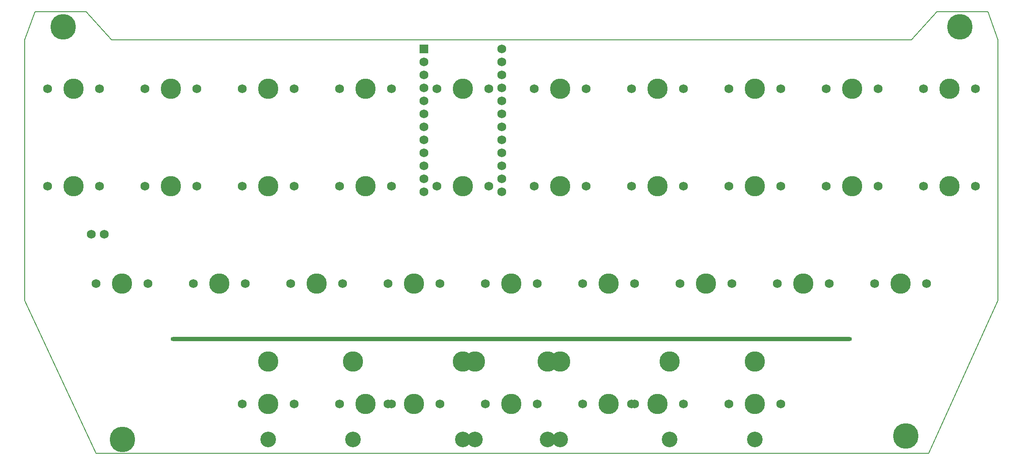
<source format=gbr>
G04 #@! TF.GenerationSoftware,KiCad,Pcbnew,(5.1.9)-1*
G04 #@! TF.CreationDate,2022-03-23T20:51:23-07:00*
G04 #@! TF.ProjectId,alphalpha_plus_v2,616c7068-616c-4706-9861-5f706c75735f,rev?*
G04 #@! TF.SameCoordinates,Original*
G04 #@! TF.FileFunction,Soldermask,Top*
G04 #@! TF.FilePolarity,Negative*
%FSLAX46Y46*%
G04 Gerber Fmt 4.6, Leading zero omitted, Abs format (unit mm)*
G04 Created by KiCad (PCBNEW (5.1.9)-1) date 2022-03-23 20:51:23*
%MOMM*%
%LPD*%
G01*
G04 APERTURE LIST*
G04 #@! TA.AperFunction,Profile*
%ADD10C,0.200000*%
G04 #@! TD*
%ADD11C,3.987800*%
%ADD12C,1.750000*%
%ADD13C,1.752600*%
%ADD14O,133.350000X0.800000*%
%ADD15C,2.900000*%
%ADD16C,5.000000*%
%ADD17R,1.752600X1.752600*%
%ADD18C,3.048000*%
G04 APERTURE END LIST*
D10*
X19050000Y-19000000D02*
X19050000Y-70000000D01*
X33020000Y-99900000D02*
X196000000Y-99900000D01*
X21050000Y-13500000D02*
X31050000Y-13500000D01*
X209550000Y-19000000D02*
X209550000Y-70000000D01*
X19050000Y-70000000D02*
X33020000Y-99900000D01*
X196000000Y-99900000D02*
X209550000Y-70000000D01*
X19050000Y-19000000D02*
X21050000Y-13500000D01*
X31050000Y-13500000D02*
X36050000Y-19000000D01*
X209550000Y-19000000D02*
X207550000Y-13500000D01*
X197550000Y-13500000D02*
X207550000Y-13500000D01*
X197550000Y-13500000D02*
X192550000Y-19000000D01*
X36050000Y-19000000D02*
X192550000Y-19000000D01*
D11*
X28575000Y-28575000D03*
D12*
X23495000Y-28575000D03*
X33655000Y-28575000D03*
D11*
X47625000Y-28575000D03*
D12*
X42545000Y-28575000D03*
X52705000Y-28575000D03*
D11*
X66675000Y-28575000D03*
D12*
X61595000Y-28575000D03*
X71755000Y-28575000D03*
D11*
X85725000Y-28575000D03*
D12*
X80645000Y-28575000D03*
X90805000Y-28575000D03*
D11*
X104775000Y-28575000D03*
D12*
X99695000Y-28575000D03*
X109855000Y-28575000D03*
D11*
X123825000Y-28575000D03*
D12*
X118745000Y-28575000D03*
X128905000Y-28575000D03*
D11*
X142875000Y-28575000D03*
D12*
X137795000Y-28575000D03*
X147955000Y-28575000D03*
D11*
X161925000Y-28575000D03*
D12*
X156845000Y-28575000D03*
X167005000Y-28575000D03*
D11*
X180975000Y-28575000D03*
D12*
X175895000Y-28575000D03*
X186055000Y-28575000D03*
D11*
X200025000Y-28575000D03*
D12*
X194945000Y-28575000D03*
X205105000Y-28575000D03*
D11*
X28575000Y-47625000D03*
D12*
X23495000Y-47625000D03*
X33655000Y-47625000D03*
D11*
X47625000Y-47625000D03*
D12*
X42545000Y-47625000D03*
X52705000Y-47625000D03*
D11*
X66675000Y-47625000D03*
D12*
X61595000Y-47625000D03*
X71755000Y-47625000D03*
D11*
X85725000Y-47625000D03*
D12*
X80645000Y-47625000D03*
X90805000Y-47625000D03*
D11*
X104775000Y-47625000D03*
D12*
X99695000Y-47625000D03*
X109855000Y-47625000D03*
D11*
X123825000Y-47625000D03*
D12*
X118745000Y-47625000D03*
X128905000Y-47625000D03*
D11*
X142875000Y-47625000D03*
D12*
X137795000Y-47625000D03*
X147955000Y-47625000D03*
D11*
X161925000Y-47625000D03*
D12*
X156845000Y-47625000D03*
X167005000Y-47625000D03*
D11*
X180975000Y-47625000D03*
D12*
X175895000Y-47625000D03*
X186055000Y-47625000D03*
D11*
X200025000Y-47625000D03*
D12*
X194945000Y-47625000D03*
X205105000Y-47625000D03*
D11*
X38100000Y-66675000D03*
D12*
X33020000Y-66675000D03*
X43180000Y-66675000D03*
D11*
X57150000Y-66675000D03*
D12*
X52070000Y-66675000D03*
X62230000Y-66675000D03*
D11*
X76200000Y-66675000D03*
D12*
X71120000Y-66675000D03*
X81280000Y-66675000D03*
D11*
X95250000Y-66675000D03*
D12*
X90170000Y-66675000D03*
X100330000Y-66675000D03*
D11*
X114300000Y-66675000D03*
D12*
X109220000Y-66675000D03*
X119380000Y-66675000D03*
D11*
X133350000Y-66675000D03*
D12*
X128270000Y-66675000D03*
X138430000Y-66675000D03*
D11*
X152400000Y-66675000D03*
D12*
X147320000Y-66675000D03*
X157480000Y-66675000D03*
D11*
X171450000Y-66675000D03*
D12*
X166370000Y-66675000D03*
X176530000Y-66675000D03*
D11*
X190500000Y-66675000D03*
D12*
X185420000Y-66675000D03*
X195580000Y-66675000D03*
D11*
X66675000Y-90225000D03*
D12*
X61595000Y-90225000D03*
X71755000Y-90225000D03*
D11*
X161925000Y-90225000D03*
D12*
X156845000Y-90225000D03*
X167005000Y-90225000D03*
D13*
X32054800Y-57077200D03*
X34594800Y-57077200D03*
D14*
X114300000Y-77500000D03*
D15*
X26575000Y-16500000D03*
D16*
X26575000Y-16500000D03*
X202025000Y-16500000D03*
D15*
X202025000Y-16500000D03*
X191452500Y-96481900D03*
D16*
X191452500Y-96481900D03*
X38112700Y-97193100D03*
D15*
X38112700Y-97193100D03*
D13*
X112382300Y-20840700D03*
X97142300Y-48780700D03*
X112382300Y-23380700D03*
X112382300Y-25920700D03*
X112382300Y-28460700D03*
X112382300Y-31000700D03*
X112382300Y-33540700D03*
X112382300Y-36080700D03*
X112382300Y-38620700D03*
X112382300Y-41160700D03*
X112382300Y-43700700D03*
X112382300Y-46240700D03*
X112382300Y-48780700D03*
X97142300Y-46240700D03*
X97142300Y-43700700D03*
X97142300Y-41160700D03*
X97142300Y-38620700D03*
X97142300Y-36080700D03*
X97142300Y-33540700D03*
X97142300Y-31000700D03*
X97142300Y-28460700D03*
X97142300Y-25920700D03*
X97142300Y-23380700D03*
D17*
X97142300Y-20840700D03*
D11*
X95250000Y-90225000D03*
D12*
X90170000Y-90225000D03*
X100330000Y-90225000D03*
D18*
X83312000Y-97210000D03*
X107188000Y-97210000D03*
D11*
X83312000Y-81970000D03*
X107188000Y-81970000D03*
X133350000Y-90225000D03*
D12*
X128270000Y-90225000D03*
X138430000Y-90225000D03*
D18*
X121412000Y-97210000D03*
X145288000Y-97210000D03*
D11*
X121412000Y-81970000D03*
X145288000Y-81970000D03*
X114300000Y-90225000D03*
D12*
X109220000Y-90225000D03*
X119380000Y-90225000D03*
D18*
X66675000Y-97210000D03*
X161925000Y-97210000D03*
D11*
X66675000Y-81970000D03*
X161925000Y-81970000D03*
X104775000Y-81970000D03*
X66675000Y-81970000D03*
D18*
X104775000Y-97210000D03*
X66675000Y-97210000D03*
D12*
X90805000Y-90225000D03*
X80645000Y-90225000D03*
D11*
X85725000Y-90225000D03*
X161925000Y-81970000D03*
X123825000Y-81970000D03*
D18*
X161925000Y-97210000D03*
X123825000Y-97210000D03*
D12*
X147955000Y-90225000D03*
X137795000Y-90225000D03*
D11*
X142875000Y-90225000D03*
M02*

</source>
